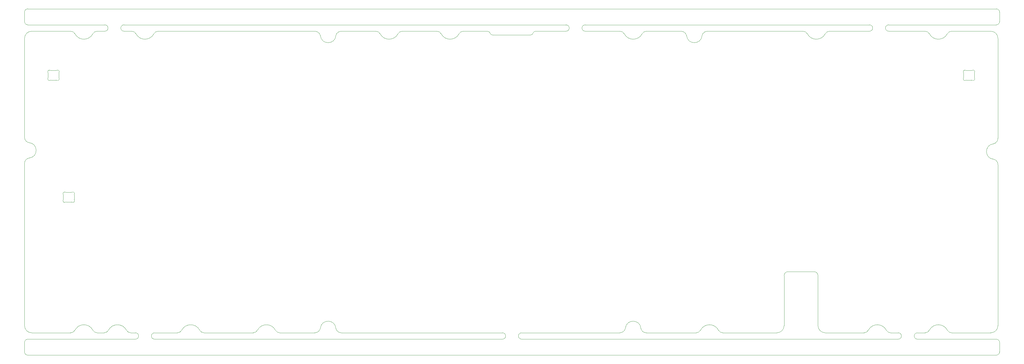
<source format=gtp>
G04 #@! TF.GenerationSoftware,KiCad,Pcbnew,(6.99.0-1912-g359c99991b)*
G04 #@! TF.CreationDate,2023-08-15T13:40:24+07:00*
G04 #@! TF.ProjectId,nyx,6e79782e-6b69-4636-9164-5f7063625858,2*
G04 #@! TF.SameCoordinates,Original*
G04 #@! TF.FileFunction,Paste,Top*
G04 #@! TF.FilePolarity,Positive*
%FSLAX46Y46*%
G04 Gerber Fmt 4.6, Leading zero omitted, Abs format (unit mm)*
G04 Created by KiCad (PCBNEW (6.99.0-1912-g359c99991b)) date 2023-08-15 13:40:24*
%MOMM*%
%LPD*%
G01*
G04 APERTURE LIST*
G04 #@! TA.AperFunction,Profile*
%ADD10C,0.100000*%
G04 #@! TD*
G04 APERTURE END LIST*
D10*
X301600202Y-101272406D02*
G75*
G03*
X303822706Y-99049835I-102J2222606D01*
G01*
X40600000Y-103272338D02*
X149161353Y-103272338D01*
X71376999Y-101272345D02*
G75*
G03*
X72707000Y-100446691I-15399J1508845D01*
G01*
X98847999Y-7000000D02*
X109651997Y-7000000D01*
X237074986Y-83399998D02*
X237074986Y-99022338D01*
X136948002Y-7000004D02*
G75*
G03*
X135618000Y-7806000I398J-1500996D01*
G01*
X268967975Y-100446699D02*
G75*
G03*
X270297993Y-101272337I1345325J683099D01*
G01*
X33451997Y-7000000D02*
X31049997Y-7000000D01*
X304322700Y-1000000D02*
G75*
G03*
X303322706Y0I-1000000J0D01*
G01*
X289347996Y-7000000D02*
X301600202Y-7000000D01*
X303322706Y-108272406D02*
G75*
G03*
X304322706Y-107272338I-106J1000106D01*
G01*
X25049997Y-5000000D02*
X1000000Y-5000000D01*
X34781999Y-7806000D02*
G75*
G03*
X40367997Y-7806000I2792999J1455492D01*
G01*
X24876999Y-101272338D02*
X22647999Y-101272338D01*
X97179782Y-99907551D02*
G75*
G03*
X98847996Y-101272338I1668618J337651D01*
G01*
X251247981Y-6999980D02*
G75*
G03*
X249917994Y-7806000I319J-1500820D01*
G01*
X15731999Y-7806000D02*
G75*
G03*
X14401997Y-7000001I-1328549J-691940D01*
G01*
X282432022Y-7805994D02*
G75*
G03*
X281101994Y-7000001I-1328522J-691906D01*
G01*
X303827411Y-48693176D02*
X303822706Y-99049835D01*
X79623001Y-101272338D02*
X90601994Y-101272338D01*
X278700001Y-101272338D02*
X281102009Y-101272338D01*
X303322706Y0D02*
X1000000Y0D01*
X130031972Y-7806015D02*
G75*
G03*
X128702000Y-7000001I-1328472J-691785D01*
G01*
X54655994Y-100446691D02*
G75*
G03*
X49069996Y-100446691I-2792999J-1455492D01*
G01*
X31793026Y-100446677D02*
G75*
G03*
X33123001Y-101272337I1345274J682977D01*
G01*
X0Y-107272338D02*
X0Y-104272338D01*
X78293026Y-100446677D02*
G75*
G03*
X79623001Y-101272337I1345274J682977D01*
G01*
X289347996Y-6999994D02*
G75*
G03*
X288018010Y-7806000I304J-1500806D01*
G01*
X234824986Y-101272386D02*
G75*
G03*
X237074986Y-99022338I-86J2250086D01*
G01*
X34781941Y-7806030D02*
G75*
G03*
X33451997Y-7000001I-1328541J-691870D01*
G01*
X21317997Y-100446691D02*
G75*
G03*
X15731999Y-100446691I-2792999J-1455492D01*
G01*
X217911000Y-101272338D02*
X234824986Y-101272338D01*
X192377306Y-99907545D02*
G75*
G03*
X187537331Y-99827543I-2423306J-160755D01*
G01*
X155161353Y-103272338D02*
X272700001Y-103272338D01*
X22647999Y-7000002D02*
G75*
G03*
X21317998Y-7806000I401J-1500998D01*
G01*
X0Y-99049833D02*
G75*
G03*
X2222503Y-101272338I2222503J-2D01*
G01*
X288017979Y-100446706D02*
G75*
G03*
X289348011Y-101272338I1345321J683106D01*
G01*
X175000000Y-7000000D02*
X185851994Y-7000000D01*
X47739994Y-101272307D02*
G75*
G03*
X49069995Y-100446691I-15294J1508707D01*
G01*
X136948002Y-7000000D02*
X144500000Y-7000000D01*
X1000000Y0D02*
G75*
G03*
X0Y-1000000I0J-1000000D01*
G01*
X92339807Y-8400003D02*
G75*
G03*
X90601997Y-7000001I-1736307J-376697D01*
G01*
X206639807Y-8400003D02*
G75*
G03*
X204901997Y-7000001I-1736307J-376697D01*
G01*
X303322706Y-5000000D02*
X269722706Y-5000000D01*
X14401997Y-101272338D02*
X2222503Y-101272338D01*
X78292999Y-100446691D02*
G75*
G03*
X72707001Y-100446691I-2792999J-1455492D01*
G01*
X159500000Y-7000024D02*
G75*
G03*
X158700000Y-7600000I-800J-832276D01*
G01*
X304322762Y-104272338D02*
G75*
G03*
X303322706Y-103272338I-1000062J-62D01*
G01*
X209664998Y-101272311D02*
G75*
G03*
X210995000Y-100446691I-15298J1508711D01*
G01*
X303827349Y-48693176D02*
G75*
G03*
X302507411Y-47025000I-1714649J-424D01*
G01*
X194097996Y-7000018D02*
G75*
G03*
X192767994Y-7806000I-1496J-1497882D01*
G01*
X187181971Y-7806013D02*
G75*
G03*
X185851994Y-7000001I-1328471J-691787D01*
G01*
X303822706Y-9222505D02*
X303827411Y-40462174D01*
X302427417Y-42200059D02*
G75*
G03*
X302507411Y-47024999I240783J-2409141D01*
G01*
X251247981Y-7000000D02*
X263722706Y-7000000D01*
X268967991Y-100446691D02*
G75*
G03*
X263381993Y-100446691I-2792999J-1455492D01*
G01*
X206639815Y-8400001D02*
G75*
G03*
X211479823Y-8320000I2416685J240801D01*
G01*
X216580977Y-100446702D02*
G75*
G03*
X217911000Y-101272337I1345323J683102D01*
G01*
X21317977Y-100446701D02*
G75*
G03*
X22647999Y-101272337I1345323J683101D01*
G01*
X247650002Y-83399998D02*
G75*
G03*
X246399998Y-82149998I-1249602J398D01*
G01*
X304322706Y-1000000D02*
X304322706Y-4000000D01*
X110981958Y-7806022D02*
G75*
G03*
X109651997Y-7000001I-1328658J-692078D01*
G01*
X304322706Y-104272338D02*
X304322706Y-107272338D01*
X194097996Y-7000000D02*
X204901997Y-7000000D01*
X31792999Y-100446691D02*
G75*
G03*
X26207001Y-100446691I-2792999J-1455492D01*
G01*
X90601994Y-101272331D02*
G75*
G03*
X92339819Y-99827543I1506J1765731D01*
G01*
X303322706Y-5000006D02*
G75*
G03*
X304322706Y-4000000I-6J1000006D01*
G01*
X149161353Y-101272338D02*
X98847996Y-101272338D01*
X302427414Y-42200015D02*
G75*
G03*
X303827410Y-40462174I-376714J1736315D01*
G01*
X0Y-99049833D02*
X0Y-48291535D01*
X41697999Y-7000002D02*
G75*
G03*
X40367998Y-7806000I401J-1500998D01*
G01*
X185799504Y-101272341D02*
G75*
G03*
X187537330Y-99827543I1496J1765741D01*
G01*
X1000000Y-103272338D02*
G75*
G03*
X0Y-104272338I-1J-999999D01*
G01*
X97179816Y-99907543D02*
G75*
G03*
X92339821Y-99827543I-2423316J-160757D01*
G01*
X169000000Y-7000000D02*
X159500000Y-7000000D01*
X110981999Y-7806000D02*
G75*
G03*
X116567997Y-7806000I2792999J1455492D01*
G01*
X24876999Y-101272345D02*
G75*
G03*
X26207000Y-100446691I-15399J1508845D01*
G01*
X117897999Y-7000000D02*
X128702000Y-7000000D01*
X-2Y-40183465D02*
G75*
G03*
X1362325Y-41824999I1670682J445D01*
G01*
X2Y-107272338D02*
G75*
G03*
X1000000Y-108272338I999998J-2D01*
G01*
X0Y-4000000D02*
G75*
G03*
X1000000Y-5000000I1000000J0D01*
G01*
X262051991Y-101272306D02*
G75*
G03*
X263381993Y-100446691I-15291J1508706D01*
G01*
X278700001Y-103272338D02*
X303322706Y-103272338D01*
X192377282Y-99907553D02*
G75*
G03*
X194045506Y-101272338I1668618J337653D01*
G01*
X0Y-40183465D02*
X0Y-9222503D01*
X249899998Y-101272338D02*
X262051991Y-101272338D01*
X15731999Y-7806000D02*
G75*
G03*
X21317997Y-7806000I2792999J1455492D01*
G01*
X1442325Y-46649999D02*
G75*
G03*
X1362325Y-41825001I-240727J2409171D01*
G01*
X54655976Y-100446700D02*
G75*
G03*
X55985996Y-101272337I1345324J683100D01*
G01*
X41697999Y-7000000D02*
X90601997Y-7000000D01*
X247650062Y-99022338D02*
G75*
G03*
X249899998Y-101272338I2249938J-62D01*
G01*
X246399998Y-82149998D02*
X238324986Y-82149998D01*
X157900000Y-8199976D02*
G75*
G03*
X158700000Y-7600000I800J832276D01*
G01*
X145300023Y-7599993D02*
G75*
G03*
X144500000Y-7000000I-799223J-232307D01*
G01*
X33123001Y-101272338D02*
X34600000Y-101272338D01*
X282432011Y-7806000D02*
G75*
G03*
X288018009Y-7806000I2792999J1455492D01*
G01*
X1000000Y-108272338D02*
X303322706Y-108272338D01*
X40600000Y-101272338D02*
X47739994Y-101272338D01*
X270297993Y-101272338D02*
X272700001Y-101272338D01*
X2222503Y-7000000D02*
G75*
G03*
X0Y-9222503I0J-2222503D01*
G01*
X209664998Y-101272338D02*
X194045506Y-101272338D01*
X247649998Y-99022338D02*
X247649998Y-83399998D01*
X303822700Y-9222505D02*
G75*
G03*
X301600202Y-7000000I-2222500J5D01*
G01*
X169000000Y-5000000D02*
X31049997Y-5000000D01*
X187181996Y-7805999D02*
G75*
G03*
X192767994Y-7806000I2792999J1455492D01*
G01*
X117897999Y-7000002D02*
G75*
G03*
X116567998Y-7806000I401J-1500998D01*
G01*
X213147999Y-6999979D02*
G75*
G03*
X211479824Y-8320000I501J-1714721D01*
G01*
X71376999Y-101272338D02*
X55985996Y-101272338D01*
X175000000Y-5000000D02*
X263722706Y-5000000D01*
X0Y-4000000D02*
X0Y-1000000D01*
X146100000Y-8200000D02*
X157900000Y-8200000D01*
X244331996Y-7806000D02*
G75*
G03*
X249917994Y-7806000I2792999J1455492D01*
G01*
X155161353Y-101272338D02*
X185799504Y-101272338D01*
X14401997Y-101272310D02*
G75*
G03*
X15731999Y-100446691I-15297J1508710D01*
G01*
X269722706Y-7000000D02*
X281101994Y-7000000D01*
X145299977Y-7600007D02*
G75*
G03*
X146100000Y-8200000I799223J232307D01*
G01*
X216580998Y-100446691D02*
G75*
G03*
X210995000Y-100446691I-2792999J-1455492D01*
G01*
X213147999Y-7000000D02*
X243001979Y-7000000D01*
X2222503Y-7000000D02*
X14401997Y-7000000D01*
X289348011Y-101272338D02*
X301600202Y-101272338D01*
X25049997Y-7000000D02*
X22647999Y-7000000D01*
X98847999Y-6999979D02*
G75*
G03*
X97179824Y-8320000I501J-1714721D01*
G01*
X92339815Y-8400001D02*
G75*
G03*
X97179823Y-8320000I2416685J240801D01*
G01*
X1442325Y-46650000D02*
G75*
G03*
X0Y-48291535I213454J-1641963D01*
G01*
X281102009Y-101272321D02*
G75*
G03*
X282432011Y-100446691I-15309J1508721D01*
G01*
X130032002Y-7806000D02*
G75*
G03*
X135618000Y-7806000I2792999J1455492D01*
G01*
X238324986Y-82149986D02*
G75*
G03*
X237074986Y-83399998I-386J-1249614D01*
G01*
X244332019Y-7805988D02*
G75*
G03*
X243001979Y-7000001I-1328519J-691912D01*
G01*
X1000000Y-103272338D02*
X34600000Y-103272338D01*
X288018009Y-100446691D02*
G75*
G03*
X282432011Y-100446691I-2792999J-1455492D01*
G01*
X263722706Y-7000000D02*
G75*
G03*
X263722706Y-5000000I0J1000000D01*
G01*
X269722706Y-5000000D02*
G75*
G03*
X269722706Y-7000000I0J-1000000D01*
G01*
X169000000Y-7000000D02*
G75*
G03*
X169000000Y-5000000I0J1000000D01*
G01*
X175000000Y-5000000D02*
G75*
G03*
X175000000Y-7000000I0J-1000000D01*
G01*
X40600000Y-101272338D02*
G75*
G03*
X40600000Y-103272338I0J-1000000D01*
G01*
X34600000Y-103272338D02*
G75*
G03*
X34600000Y-101272338I0J1000000D01*
G01*
X278700001Y-101272338D02*
G75*
G03*
X278700001Y-103272338I0J-1000000D01*
G01*
X272700001Y-103272338D02*
G75*
G03*
X272700001Y-101272338I0J1000000D01*
G01*
X155161353Y-101272338D02*
G75*
G03*
X155161353Y-103272338I0J-1000000D01*
G01*
X149161353Y-103272338D02*
G75*
G03*
X149161353Y-101272338I0J1000000D01*
G01*
X25049997Y-7000000D02*
G75*
G03*
X25049997Y-5000000I0J1000000D01*
G01*
X31049997Y-5000000D02*
G75*
G03*
X31049997Y-7000000I0J-1000000D01*
G01*
X12100001Y-59587666D02*
X12100001Y-58181982D01*
X13005548Y-57384824D02*
X14594452Y-57384824D01*
X14594452Y-60384823D02*
X13005547Y-60384823D01*
X15499999Y-58181982D02*
X15499999Y-59587666D01*
X12100000Y-58181982D02*
G75*
G03*
X12050515Y-57965104I-499989J2D01*
G01*
X12753289Y-57316525D02*
G75*
G03*
X12050517Y-57965105I-252259J-431700D01*
G01*
X12050516Y-59804544D02*
G75*
G03*
X12100001Y-59587667I-450505J216876D01*
G01*
X12050516Y-59804544D02*
G75*
G03*
X12753289Y-60453122I450514J-216878D01*
G01*
X13005547Y-60384823D02*
G75*
G03*
X12753289Y-60453122I3J-500009D01*
G01*
X12753289Y-57316525D02*
G75*
G03*
X13005548Y-57384824I252261J431710D01*
G01*
X14846711Y-60453123D02*
G75*
G03*
X14594453Y-60384824I-252261J-431710D01*
G01*
X14594452Y-57384823D02*
G75*
G03*
X14846710Y-57316525I-2J500010D01*
G01*
X15549480Y-57965102D02*
G75*
G03*
X14846711Y-57316527I-450510J216879D01*
G01*
X15549484Y-57965104D02*
G75*
G03*
X15499999Y-58181981I450866J-216959D01*
G01*
X14846711Y-60453123D02*
G75*
G03*
X15549484Y-59804544I252259J431700D01*
G01*
X15499987Y-59587666D02*
G75*
G03*
X15549484Y-59804544I500513J143D01*
G01*
X293084824Y-21487666D02*
X293084824Y-20081982D01*
X293990371Y-19284824D02*
X295579275Y-19284824D01*
X295579275Y-22284823D02*
X293990370Y-22284823D01*
X296484822Y-20081982D02*
X296484822Y-21487666D01*
X293084823Y-20081982D02*
G75*
G03*
X293035338Y-19865104I-499989J2D01*
G01*
X293738112Y-19216525D02*
G75*
G03*
X293035340Y-19865105I-252259J-431700D01*
G01*
X293035339Y-21704544D02*
G75*
G03*
X293084824Y-21487667I-450505J216876D01*
G01*
X293035339Y-21704544D02*
G75*
G03*
X293738112Y-22353122I450514J-216878D01*
G01*
X293990370Y-22284823D02*
G75*
G03*
X293738112Y-22353122I3J-500009D01*
G01*
X293738112Y-19216525D02*
G75*
G03*
X293990371Y-19284824I252261J431710D01*
G01*
X295831534Y-22353123D02*
G75*
G03*
X295579276Y-22284824I-252261J-431710D01*
G01*
X295579275Y-19284823D02*
G75*
G03*
X295831533Y-19216525I-2J500010D01*
G01*
X296534303Y-19865102D02*
G75*
G03*
X295831534Y-19216527I-450510J216879D01*
G01*
X296534307Y-19865104D02*
G75*
G03*
X296484822Y-20081981I450866J-216959D01*
G01*
X295831534Y-22353123D02*
G75*
G03*
X296534307Y-21704544I252259J431700D01*
G01*
X296484810Y-21487666D02*
G75*
G03*
X296534307Y-21704544I500513J143D01*
G01*
X7334824Y-21487666D02*
X7334824Y-20081982D01*
X8240371Y-19284824D02*
X9829275Y-19284824D01*
X9829275Y-22284823D02*
X8240370Y-22284823D01*
X10734822Y-20081982D02*
X10734822Y-21487666D01*
X7334823Y-20081982D02*
G75*
G03*
X7285338Y-19865104I-499989J2D01*
G01*
X7988112Y-19216525D02*
G75*
G03*
X7285340Y-19865105I-252259J-431700D01*
G01*
X7285339Y-21704544D02*
G75*
G03*
X7334824Y-21487667I-450505J216876D01*
G01*
X7285339Y-21704544D02*
G75*
G03*
X7988112Y-22353122I450514J-216878D01*
G01*
X8240370Y-22284823D02*
G75*
G03*
X7988112Y-22353122I3J-500009D01*
G01*
X7988112Y-19216525D02*
G75*
G03*
X8240371Y-19284824I252261J431710D01*
G01*
X10081534Y-22353123D02*
G75*
G03*
X9829276Y-22284824I-252261J-431710D01*
G01*
X9829275Y-19284823D02*
G75*
G03*
X10081533Y-19216525I-2J500010D01*
G01*
X10784303Y-19865102D02*
G75*
G03*
X10081534Y-19216527I-450510J216879D01*
G01*
X10784307Y-19865104D02*
G75*
G03*
X10734822Y-20081981I450866J-216959D01*
G01*
X10081534Y-22353123D02*
G75*
G03*
X10784307Y-21704544I252259J431700D01*
G01*
X10734810Y-21487666D02*
G75*
G03*
X10784307Y-21704544I500513J143D01*
G01*
M02*

</source>
